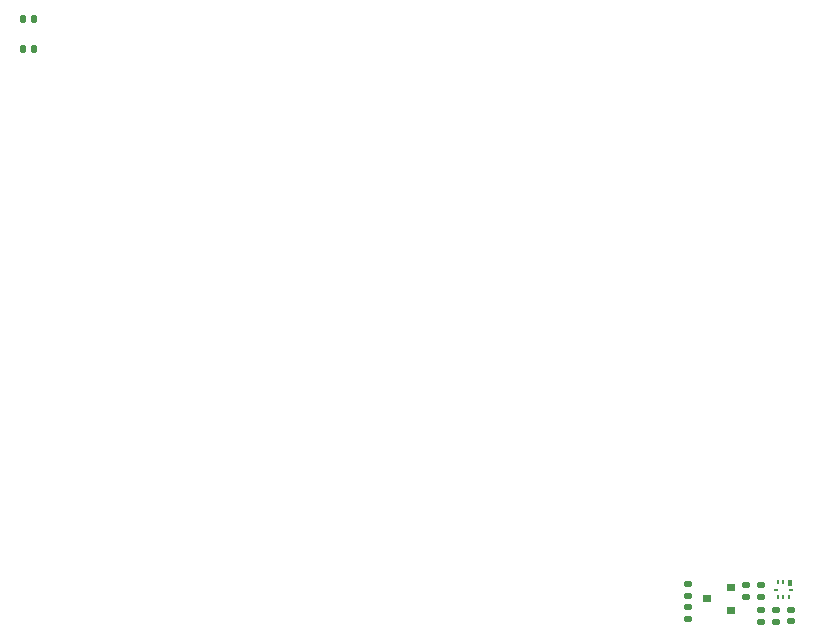
<source format=gbr>
G04 #@! TF.GenerationSoftware,KiCad,Pcbnew,8.0.6*
G04 #@! TF.CreationDate,2025-10-23T00:14:21-07:00*
G04 #@! TF.ProjectId,PCB_Business_Card,5043425f-4275-4736-996e-6573735f4361,rev?*
G04 #@! TF.SameCoordinates,Original*
G04 #@! TF.FileFunction,Paste,Top*
G04 #@! TF.FilePolarity,Positive*
%FSLAX46Y46*%
G04 Gerber Fmt 4.6, Leading zero omitted, Abs format (unit mm)*
G04 Created by KiCad (PCBNEW 8.0.6) date 2025-10-23 00:14:21*
%MOMM*%
%LPD*%
G01*
G04 APERTURE LIST*
G04 Aperture macros list*
%AMRoundRect*
0 Rectangle with rounded corners*
0 $1 Rounding radius*
0 $2 $3 $4 $5 $6 $7 $8 $9 X,Y pos of 4 corners*
0 Add a 4 corners polygon primitive as box body*
4,1,4,$2,$3,$4,$5,$6,$7,$8,$9,$2,$3,0*
0 Add four circle primitives for the rounded corners*
1,1,$1+$1,$2,$3*
1,1,$1+$1,$4,$5*
1,1,$1+$1,$6,$7*
1,1,$1+$1,$8,$9*
0 Add four rect primitives between the rounded corners*
20,1,$1+$1,$2,$3,$4,$5,0*
20,1,$1+$1,$4,$5,$6,$7,0*
20,1,$1+$1,$6,$7,$8,$9,0*
20,1,$1+$1,$8,$9,$2,$3,0*%
G04 Aperture macros list end*
%ADD10C,0.010000*%
%ADD11RoundRect,0.147500X-0.147500X-0.172500X0.147500X-0.172500X0.147500X0.172500X-0.147500X0.172500X0*%
%ADD12RoundRect,0.135000X-0.185000X0.135000X-0.185000X-0.135000X0.185000X-0.135000X0.185000X0.135000X0*%
%ADD13RoundRect,0.140000X-0.170000X0.140000X-0.170000X-0.140000X0.170000X-0.140000X0.170000X0.140000X0*%
%ADD14R,0.220000X0.400000*%
%ADD15R,0.400000X0.220000*%
%ADD16RoundRect,0.135000X0.185000X-0.135000X0.185000X0.135000X-0.185000X0.135000X-0.185000X-0.135000X0*%
G04 APERTURE END LIST*
D10*
X174835000Y-93400000D02*
X174590000Y-93400000D01*
X174590000Y-93000000D01*
X174835000Y-93000000D01*
X174835000Y-93400000D01*
G36*
X174835000Y-93400000D02*
G01*
X174590000Y-93400000D01*
X174590000Y-93000000D01*
X174835000Y-93000000D01*
X174835000Y-93400000D01*
G37*
X168000000Y-94800000D02*
X167400000Y-94800000D01*
X167400000Y-94300000D01*
X168000000Y-94300000D01*
X168000000Y-94800000D01*
G36*
X168000000Y-94800000D02*
G01*
X167400000Y-94800000D01*
X167400000Y-94300000D01*
X168000000Y-94300000D01*
X168000000Y-94800000D01*
G37*
X170000000Y-93850000D02*
X169400000Y-93850000D01*
X169400000Y-93350000D01*
X170000000Y-93350000D01*
X170000000Y-93850000D01*
G36*
X170000000Y-93850000D02*
G01*
X169400000Y-93850000D01*
X169400000Y-93350000D01*
X170000000Y-93350000D01*
X170000000Y-93850000D01*
G37*
X170000000Y-95750000D02*
X169400000Y-95750000D01*
X169400000Y-95250000D01*
X170000000Y-95250000D01*
X170000000Y-95750000D01*
G36*
X170000000Y-95750000D02*
G01*
X169400000Y-95750000D01*
X169400000Y-95250000D01*
X170000000Y-95250000D01*
X170000000Y-95750000D01*
G37*
D11*
X109815000Y-45500000D03*
X110785000Y-45500000D03*
D12*
X166100000Y-93290000D03*
X166100000Y-94310000D03*
D13*
X174800000Y-95520000D03*
X174800000Y-96480000D03*
D12*
X173600000Y-95490000D03*
X173600000Y-96510000D03*
X172300000Y-93390000D03*
X172300000Y-94410000D03*
X172300000Y-95490000D03*
X172300000Y-96510000D03*
X166100000Y-95290000D03*
X166100000Y-96310000D03*
D11*
X109800000Y-48000000D03*
X110770000Y-48000000D03*
D14*
X174200000Y-93200000D03*
X173700000Y-93200000D03*
D15*
X173600000Y-93800000D03*
D14*
X173700000Y-94400000D03*
X174200000Y-94400000D03*
X174700000Y-94400000D03*
D15*
X174800000Y-93800000D03*
D16*
X171000000Y-94410000D03*
X171000000Y-93390000D03*
M02*

</source>
